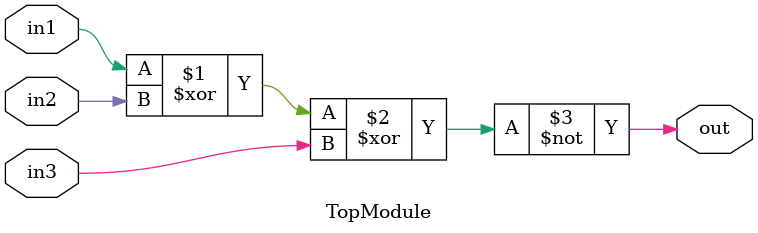
<source format=sv>
module TopModule (
    input wire in1,       // Single-bit input signal
    input wire in2,       // Single-bit input signal
    input wire in3,       // Single-bit input signal
    output wire out       // Single-bit output signal
);

    // Combinational logic implementation
    assign out = ~((in1 ^ in2) ^ in3);

endmodule
</source>
